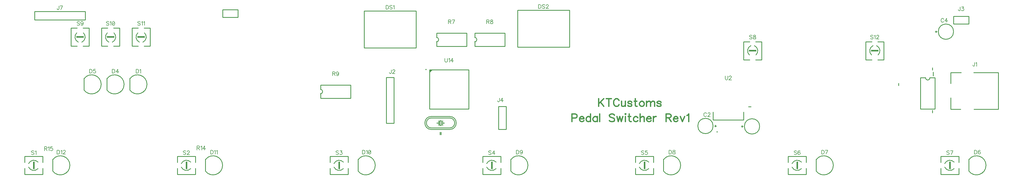
<source format=gbr>
G04 DipTrace 2.4.0.1*
%INTopSilk.gbr*%
%MOIN*%
%ADD10C,0.0098*%
%ADD42C,0.0154*%
%ADD45C,0.0164*%
%ADD113C,0.0077*%
%FSLAX44Y44*%
G04*
G70*
G90*
G75*
G01*
%LNTopSilk*%
%LPD*%
X101741Y10422D2*
D10*
Y10658D1*
X101623Y10540D2*
X101859D1*
X102041D2*
G02X102041Y10540I1000J0D01*
G01*
X98239Y10712D2*
Y10476D1*
X98357Y10594D2*
X98121D1*
X95940D2*
G02X95940Y10594I1000J0D01*
G01*
X102583Y13114D2*
X102897D1*
X62164Y9772D2*
Y9458D1*
X62291D2*
Y9772D1*
X126681Y12644D2*
Y12329D1*
X126771Y17662D2*
Y17151D1*
X126671Y18224D2*
Y17909D1*
X122229Y15869D2*
Y16184D1*
X21540Y15291D2*
Y16789D1*
X21542Y15288D2*
G03X21542Y16792I998J752D01*
G01*
X18540Y15291D2*
Y16789D1*
X18542Y15288D2*
G03X18542Y16792I998J752D01*
G01*
X15540Y15291D2*
Y16789D1*
X15542Y15288D2*
G03X15542Y16792I998J752D01*
G01*
X131440Y4691D2*
Y6189D1*
X131442Y4688D2*
G03X131442Y6192I998J752D01*
G01*
X111440Y4691D2*
Y6189D1*
X111442Y4688D2*
G03X111442Y6192I998J752D01*
G01*
X91440Y4691D2*
Y6189D1*
X91442Y4688D2*
G03X91442Y6192I998J752D01*
G01*
X71440Y4691D2*
Y6189D1*
X71442Y4688D2*
G03X71442Y6192I998J752D01*
G01*
X51440Y4691D2*
Y6189D1*
X51442Y4688D2*
G03X51442Y6192I998J752D01*
G01*
X31440Y4691D2*
Y6189D1*
X31442Y4688D2*
G03X31442Y6192I998J752D01*
G01*
X11440Y4691D2*
Y6189D1*
X11442Y4688D2*
G03X11442Y6192I998J752D01*
G01*
X52221Y20829D2*
X59049D1*
Y25651D2*
Y20829D1*
Y25651D2*
X52221D1*
Y20829D2*
Y25651D1*
X72321Y20929D2*
X79149D1*
Y25751D2*
Y20929D1*
Y25751D2*
X72321D1*
Y20929D2*
Y25751D1*
X135302Y12773D2*
Y17576D1*
Y12773D2*
X132113D1*
X132073Y17576D2*
X135302D1*
X130381Y12773D2*
X129081D1*
Y14269D1*
Y16159D2*
Y17576D1*
X130420D1*
X56140Y16940D2*
X55140D1*
Y10940D1*
X56140D1*
Y16940D1*
X129440Y24940D2*
X131440D1*
Y23940D1*
X129440D1*
Y24940D1*
X69840Y10140D2*
X70840D1*
Y13140D1*
X69840D1*
Y10140D1*
X33710Y25820D2*
X35710D1*
Y24820D1*
X33710D1*
Y25820D1*
X15711Y24489D2*
X9057D1*
Y25591D1*
X15711D1*
Y24489D1*
X61722Y21031D2*
X65658D1*
X61722Y22763D2*
X65658D1*
Y21031D2*
Y22763D1*
X61722Y21031D2*
Y21621D1*
Y22172D2*
Y22763D1*
Y21621D2*
G03X61722Y22172I-1J276D01*
G01*
X66722Y21031D2*
X70658D1*
X66722Y22763D2*
X70658D1*
Y21031D2*
Y22763D1*
X66722Y21031D2*
Y21621D1*
Y22172D2*
Y22763D1*
Y21621D2*
G03X66722Y22172I-1J276D01*
G01*
X46522Y14231D2*
X50458D1*
X46522Y15963D2*
X50458D1*
Y14231D2*
Y15963D1*
X46522Y14231D2*
Y14821D1*
Y15372D2*
Y15963D1*
Y14821D2*
G03X46522Y15372I-1J276D01*
G01*
X9507Y5007D2*
G02X8286Y5204I-544J508D01*
G01*
X9507Y5873D2*
G03X8286Y5676I-544J-508D01*
G01*
G36*
X9054Y4948D2*
X8857D1*
Y5932D1*
X9054D1*
Y4948D1*
G37*
X10137Y5046D2*
D10*
Y4259D1*
X7775D1*
Y5046D1*
Y5834D2*
Y6621D1*
X10137D1*
Y5834D1*
X29507Y5007D2*
G02X28286Y5204I-544J508D01*
G01*
X29507Y5873D2*
G03X28286Y5676I-544J-508D01*
G01*
G36*
X29054Y4948D2*
X28857D1*
Y5932D1*
X29054D1*
Y4948D1*
G37*
X30137Y5046D2*
D10*
Y4259D1*
X27775D1*
Y5046D1*
Y5834D2*
Y6621D1*
X30137D1*
Y5834D1*
X49507Y5007D2*
G02X48286Y5204I-544J508D01*
G01*
X49507Y5873D2*
G03X48286Y5676I-544J-508D01*
G01*
G36*
X49054Y4948D2*
X48857D1*
Y5932D1*
X49054D1*
Y4948D1*
G37*
X50137Y5046D2*
D10*
Y4259D1*
X47775D1*
Y5046D1*
Y5834D2*
Y6621D1*
X50137D1*
Y5834D1*
X69507Y5007D2*
G02X68286Y5204I-544J508D01*
G01*
X69507Y5873D2*
G03X68286Y5676I-544J-508D01*
G01*
G36*
X69054Y4948D2*
X68857D1*
Y5932D1*
X69054D1*
Y4948D1*
G37*
X70137Y5046D2*
D10*
Y4259D1*
X67775D1*
Y5046D1*
Y5834D2*
Y6621D1*
X70137D1*
Y5834D1*
X89507Y5007D2*
G02X88286Y5204I-544J508D01*
G01*
X89507Y5873D2*
G03X88286Y5676I-544J-508D01*
G01*
G36*
X89054Y4948D2*
X88857D1*
Y5932D1*
X89054D1*
Y4948D1*
G37*
X90137Y5046D2*
D10*
Y4259D1*
X87775D1*
Y5046D1*
Y5834D2*
Y6621D1*
X90137D1*
Y5834D1*
X109507Y5007D2*
G02X108286Y5204I-544J508D01*
G01*
X109507Y5873D2*
G03X108286Y5676I-544J-508D01*
G01*
G36*
X109054Y4948D2*
X108857D1*
Y5932D1*
X109054D1*
Y4948D1*
G37*
X110137Y5046D2*
D10*
Y4259D1*
X107775D1*
Y5046D1*
Y5834D2*
Y6621D1*
X110137D1*
Y5834D1*
X129507Y5007D2*
G02X128286Y5204I-544J508D01*
G01*
X129507Y5873D2*
G03X128286Y5676I-544J-508D01*
G01*
G36*
X129054Y4948D2*
X128857D1*
Y5932D1*
X129054D1*
Y4948D1*
G37*
X130137Y5046D2*
D10*
Y4259D1*
X127775D1*
Y5046D1*
Y5834D2*
Y6621D1*
X130137D1*
Y5834D1*
X102691Y19889D2*
G02X102888Y21109I508J544D01*
G01*
X103557Y19889D2*
G03X103360Y21109I-508J544D01*
G01*
G36*
X102632Y20342D2*
X103616D1*
Y20538D1*
X102632D1*
Y20342D1*
G37*
X102730Y19259D2*
D10*
X101943D1*
Y21621D1*
X102730D1*
X103518D2*
X104305D1*
Y19259D1*
X103518D1*
X15457Y22791D2*
G02X15260Y21571I-508J-544D01*
G01*
X14591Y22791D2*
G03X14788Y21571I508J-544D01*
G01*
G36*
X15516Y22338D2*
X14532D1*
Y22142D1*
X15516D1*
Y22338D1*
G37*
X15418Y23421D2*
D10*
X16205D1*
Y21059D1*
X15418D1*
X14630D2*
X13843D1*
Y23421D1*
X14630D1*
X19457Y22791D2*
G02X19260Y21571I-508J-544D01*
G01*
X18591Y22791D2*
G03X18788Y21571I508J-544D01*
G01*
G36*
X19516Y22338D2*
X18532D1*
Y22142D1*
X19516D1*
Y22338D1*
G37*
X19418Y23421D2*
D10*
X20205D1*
Y21059D1*
X19418D1*
X18630D2*
X17843D1*
Y23421D1*
X18630D1*
X23457Y22791D2*
G02X23260Y21571I-508J-544D01*
G01*
X22591Y22791D2*
G03X22788Y21571I508J-544D01*
G01*
G36*
X23516Y22338D2*
X22532D1*
Y22142D1*
X23516D1*
Y22338D1*
G37*
X23418Y23421D2*
D10*
X24205D1*
Y21059D1*
X23418D1*
X22630D2*
X21843D1*
Y23421D1*
X22630D1*
X118691Y19889D2*
G02X118888Y21109I508J544D01*
G01*
X119557Y19889D2*
G03X119360Y21109I-508J544D01*
G01*
G36*
X118632Y20342D2*
X119616D1*
Y20538D1*
X118632D1*
Y20342D1*
G37*
X118730Y19259D2*
D10*
X117943D1*
Y21621D1*
X118730D1*
X119518D2*
X120305D1*
Y19259D1*
X119518D1*
X97932Y11385D2*
X101948D1*
X97932D2*
Y12408D1*
X101948Y11385D2*
Y12408D1*
D42*
X98453Y9802D3*
X60812Y17937D2*
D10*
X65931D1*
Y12818D1*
X60812D1*
Y17937D1*
G36*
D2*
Y17582D1*
Y17937D1*
G37*
G36*
D2*
Y17543D1*
X61206Y17937D1*
X60812D1*
G37*
D45*
X60336Y17992D3*
X125112Y16924D2*
D10*
Y12829D1*
X127002Y16924D2*
Y12829D1*
X125112D2*
X127002D1*
X125112Y16924D2*
X125782D1*
X126333D2*
X127002D1*
X125782D2*
G03X126333Y16924I276J-37D01*
G01*
X61040Y10140D2*
X63440D1*
X61040Y11840D2*
X63440D1*
X61040Y10340D2*
X63440D1*
Y11640D2*
X61040D1*
X62140Y11290D2*
X62340D1*
Y10690D1*
X62140D1*
Y11290D1*
X62490D2*
Y10990D1*
Y10690D1*
X61990Y11290D2*
Y10990D1*
Y10690D1*
X62490Y10990D2*
X62740D1*
X61990D2*
X61740D1*
X61040Y11840D2*
G03X61040Y10140I0J-850D01*
G01*
X63440D2*
G03X63440Y11840I0J850D01*
G01*
X61040Y11640D2*
G03X61040Y10340I0J-650D01*
G01*
X63440D2*
G03X63440Y11640I0J650D01*
G01*
X127141Y22822D2*
Y23058D1*
X127023Y22940D2*
X127259D1*
X127441D2*
G02X127441Y22940I1000J0D01*
G01*
X97083Y12207D2*
D113*
X97059Y12254D1*
X97011Y12302D1*
X96964Y12326D1*
X96868D1*
X96820Y12302D1*
X96773Y12254D1*
X96748Y12207D1*
X96725Y12135D1*
Y12015D1*
X96748Y11944D1*
X96773Y11895D1*
X96820Y11848D1*
X96868Y11824D1*
X96964D1*
X97011Y11848D1*
X97059Y11895D1*
X97083Y11944D1*
X97262Y12206D2*
Y12230D1*
X97286Y12278D1*
X97309Y12302D1*
X97358Y12325D1*
X97453D1*
X97501Y12302D1*
X97524Y12278D1*
X97549Y12230D1*
Y12182D1*
X97524Y12134D1*
X97477Y12063D1*
X97238Y11824D1*
X97573D1*
X22360Y18022D2*
Y17520D1*
X22528D1*
X22600Y17544D1*
X22648Y17591D1*
X22672Y17640D1*
X22695Y17711D1*
Y17831D1*
X22672Y17903D1*
X22648Y17950D1*
X22600Y17998D1*
X22528Y18022D1*
X22360D1*
X22850Y17926D2*
X22898Y17950D1*
X22970Y18021D1*
Y17520D1*
X19241Y18022D2*
Y17520D1*
X19409D1*
X19480Y17544D1*
X19528Y17591D1*
X19552Y17640D1*
X19576Y17711D1*
Y17831D1*
X19552Y17903D1*
X19528Y17950D1*
X19480Y17998D1*
X19409Y18022D1*
X19241D1*
X19970Y17520D2*
Y18021D1*
X19730Y17687D1*
X20089D1*
X16253Y18022D2*
Y17520D1*
X16420D1*
X16492Y17544D1*
X16540Y17591D1*
X16564Y17640D1*
X16588Y17711D1*
Y17831D1*
X16564Y17903D1*
X16540Y17950D1*
X16492Y17998D1*
X16420Y18022D1*
X16253D1*
X17029Y18021D2*
X16790D1*
X16767Y17806D1*
X16790Y17830D1*
X16862Y17855D1*
X16933D1*
X17005Y17830D1*
X17053Y17783D1*
X17077Y17711D1*
Y17663D1*
X17053Y17591D1*
X17005Y17543D1*
X16933Y17520D1*
X16862D1*
X16790Y17543D1*
X16767Y17568D1*
X16742Y17615D1*
X132165Y7422D2*
Y6920D1*
X132333D1*
X132404Y6944D1*
X132452Y6991D1*
X132476Y7040D1*
X132500Y7111D1*
Y7231D1*
X132476Y7303D1*
X132452Y7350D1*
X132404Y7398D1*
X132333Y7422D1*
X132165D1*
X132941Y7350D2*
X132918Y7398D1*
X132846Y7421D1*
X132798D1*
X132726Y7398D1*
X132678Y7326D1*
X132654Y7206D1*
Y7087D1*
X132678Y6991D1*
X132726Y6943D1*
X132798Y6920D1*
X132822D1*
X132893Y6943D1*
X132941Y6991D1*
X132965Y7063D1*
Y7087D1*
X132941Y7159D1*
X132893Y7206D1*
X132822Y7230D1*
X132798D1*
X132726Y7206D1*
X132678Y7159D1*
X132654Y7087D1*
X112153Y7422D2*
Y6920D1*
X112320D1*
X112392Y6944D1*
X112440Y6991D1*
X112464Y7040D1*
X112488Y7111D1*
Y7231D1*
X112464Y7303D1*
X112440Y7350D1*
X112392Y7398D1*
X112320Y7422D1*
X112153D1*
X112738Y6920D2*
X112977Y7421D1*
X112642D1*
X92153Y7422D2*
Y6920D1*
X92321D1*
X92393Y6944D1*
X92441Y6991D1*
X92464Y7040D1*
X92488Y7111D1*
Y7231D1*
X92464Y7303D1*
X92441Y7350D1*
X92393Y7398D1*
X92321Y7422D1*
X92153D1*
X92762Y7421D2*
X92691Y7398D1*
X92666Y7350D1*
Y7302D1*
X92691Y7255D1*
X92738Y7230D1*
X92834Y7206D1*
X92906Y7183D1*
X92953Y7135D1*
X92977Y7087D1*
Y7015D1*
X92953Y6968D1*
X92929Y6943D1*
X92858Y6920D1*
X92762D1*
X92691Y6943D1*
X92666Y6968D1*
X92643Y7015D1*
Y7087D1*
X92666Y7135D1*
X92714Y7183D1*
X92786Y7206D1*
X92881Y7230D1*
X92929Y7255D1*
X92953Y7302D1*
Y7350D1*
X92929Y7398D1*
X92858Y7421D1*
X92762D1*
X72165Y7422D2*
Y6920D1*
X72332D1*
X72404Y6944D1*
X72452Y6991D1*
X72476Y7040D1*
X72500Y7111D1*
Y7231D1*
X72476Y7303D1*
X72452Y7350D1*
X72404Y7398D1*
X72332Y7422D1*
X72165D1*
X72965Y7255D2*
X72941Y7183D1*
X72893Y7135D1*
X72822Y7111D1*
X72798D1*
X72726Y7135D1*
X72678Y7183D1*
X72654Y7255D1*
Y7278D1*
X72678Y7350D1*
X72726Y7398D1*
X72798Y7421D1*
X72822D1*
X72893Y7398D1*
X72941Y7350D1*
X72965Y7255D1*
Y7135D1*
X72941Y7015D1*
X72893Y6943D1*
X72822Y6920D1*
X72774D1*
X72702Y6943D1*
X72678Y6991D1*
X52016Y7422D2*
Y6920D1*
X52183D1*
X52255Y6944D1*
X52303Y6991D1*
X52327Y7040D1*
X52351Y7111D1*
Y7231D1*
X52327Y7303D1*
X52303Y7350D1*
X52255Y7398D1*
X52183Y7422D1*
X52016D1*
X52505Y7326D2*
X52553Y7350D1*
X52625Y7421D1*
Y6920D1*
X52923Y7421D2*
X52851Y7398D1*
X52803Y7326D1*
X52779Y7206D1*
Y7135D1*
X52803Y7015D1*
X52851Y6943D1*
X52923Y6920D1*
X52971D1*
X53043Y6943D1*
X53090Y7015D1*
X53114Y7135D1*
Y7206D1*
X53090Y7326D1*
X53043Y7398D1*
X52971Y7421D1*
X52923D1*
X53090Y7326D2*
X52803Y7015D1*
X32123Y7422D2*
Y6920D1*
X32291D1*
X32363Y6944D1*
X32411Y6991D1*
X32434Y7040D1*
X32458Y7111D1*
Y7231D1*
X32434Y7303D1*
X32411Y7350D1*
X32363Y7398D1*
X32291Y7422D1*
X32123D1*
X32613Y7326D2*
X32661Y7350D1*
X32733Y7421D1*
Y6920D1*
X32887Y7326D2*
X32935Y7350D1*
X33007Y7421D1*
Y6920D1*
X12016Y7422D2*
Y6920D1*
X12183D1*
X12255Y6944D1*
X12303Y6991D1*
X12327Y7040D1*
X12351Y7111D1*
Y7231D1*
X12327Y7303D1*
X12303Y7350D1*
X12255Y7398D1*
X12183Y7422D1*
X12016D1*
X12505Y7326D2*
X12553Y7350D1*
X12625Y7421D1*
Y6920D1*
X12804Y7302D2*
Y7326D1*
X12828Y7374D1*
X12851Y7398D1*
X12899Y7421D1*
X12995D1*
X13043Y7398D1*
X13066Y7374D1*
X13091Y7326D1*
Y7278D1*
X13066Y7230D1*
X13019Y7159D1*
X12779Y6920D1*
X13114D1*
X55086Y26383D2*
Y25880D1*
X55253D1*
X55325Y25905D1*
X55373Y25952D1*
X55397Y26000D1*
X55421Y26072D1*
Y26192D1*
X55397Y26263D1*
X55373Y26311D1*
X55325Y26359D1*
X55253Y26383D1*
X55086D1*
X55910Y26311D2*
X55863Y26359D1*
X55791Y26383D1*
X55695D1*
X55623Y26359D1*
X55575Y26311D1*
Y26263D1*
X55599Y26215D1*
X55623Y26192D1*
X55671Y26168D1*
X55814Y26120D1*
X55863Y26096D1*
X55886Y26072D1*
X55910Y26024D1*
Y25952D1*
X55863Y25905D1*
X55791Y25880D1*
X55695D1*
X55623Y25905D1*
X55575Y25952D1*
X56064Y26287D2*
X56113Y26311D1*
X56184Y26382D1*
Y25880D1*
X75078Y26483D2*
Y25980D1*
X75246D1*
X75318Y26005D1*
X75366Y26052D1*
X75389Y26100D1*
X75413Y26172D1*
Y26292D1*
X75389Y26363D1*
X75366Y26411D1*
X75318Y26459D1*
X75246Y26483D1*
X75078D1*
X75903Y26411D2*
X75855Y26459D1*
X75783Y26483D1*
X75688D1*
X75616Y26459D1*
X75568Y26411D1*
Y26363D1*
X75592Y26315D1*
X75616Y26292D1*
X75663Y26268D1*
X75807Y26220D1*
X75855Y26196D1*
X75879Y26172D1*
X75903Y26124D1*
Y26052D1*
X75855Y26005D1*
X75783Y25980D1*
X75688D1*
X75616Y26005D1*
X75568Y26052D1*
X76081Y26363D2*
Y26387D1*
X76105Y26435D1*
X76129Y26459D1*
X76177Y26482D1*
X76272D1*
X76320Y26459D1*
X76344Y26435D1*
X76368Y26387D1*
Y26339D1*
X76344Y26291D1*
X76296Y26220D1*
X76057Y25980D1*
X76392D1*
X132203Y18926D2*
Y18544D1*
X132179Y18472D1*
X132155Y18448D1*
X132107Y18424D1*
X132059D1*
X132012Y18448D1*
X131988Y18472D1*
X131964Y18544D1*
Y18591D1*
X132357Y18830D2*
X132406Y18855D1*
X132477Y18926D1*
Y18424D1*
X55790Y17964D2*
Y17581D1*
X55766Y17509D1*
X55742Y17485D1*
X55694Y17461D1*
X55646D1*
X55598Y17485D1*
X55575Y17509D1*
X55550Y17581D1*
Y17629D1*
X55968Y17844D2*
Y17867D1*
X55992Y17915D1*
X56016Y17939D1*
X56064Y17963D1*
X56160D1*
X56207Y17939D1*
X56231Y17915D1*
X56255Y17867D1*
Y17820D1*
X56231Y17772D1*
X56183Y17700D1*
X55944Y17461D1*
X56279D1*
X130315Y26172D2*
Y25790D1*
X130291Y25718D1*
X130267Y25694D1*
X130219Y25670D1*
X130171D1*
X130124Y25694D1*
X130100Y25718D1*
X130076Y25790D1*
Y25837D1*
X130517Y26172D2*
X130780D1*
X130637Y25980D1*
X130709D1*
X130756Y25957D1*
X130780Y25933D1*
X130804Y25861D1*
Y25814D1*
X130780Y25742D1*
X130732Y25694D1*
X130661Y25670D1*
X130589D1*
X130517Y25694D1*
X130494Y25718D1*
X130469Y25765D1*
X69953Y14266D2*
Y13883D1*
X69929Y13812D1*
X69905Y13788D1*
X69857Y13764D1*
X69809D1*
X69762Y13788D1*
X69738Y13812D1*
X69714Y13883D1*
Y13931D1*
X70347Y13764D2*
Y14265D1*
X70108Y13931D1*
X70466D1*
X12259Y26323D2*
Y25941D1*
X12235Y25869D1*
X12211Y25845D1*
X12163Y25821D1*
X12115D1*
X12068Y25845D1*
X12044Y25869D1*
X12020Y25941D1*
Y25988D1*
X12509Y25821D2*
X12748Y26323D1*
X12413D1*
X63278Y24240D2*
X63493D1*
X63565Y24264D1*
X63589Y24288D1*
X63613Y24336D1*
Y24384D1*
X63589Y24431D1*
X63565Y24456D1*
X63493Y24479D1*
X63278D1*
Y23977D1*
X63445Y24240D2*
X63613Y23977D1*
X63863D2*
X64102Y24479D1*
X63767D1*
X68278Y24240D2*
X68493D1*
X68565Y24264D1*
X68589Y24288D1*
X68613Y24336D1*
Y24384D1*
X68589Y24431D1*
X68565Y24456D1*
X68493Y24479D1*
X68278D1*
Y23977D1*
X68446Y24240D2*
X68613Y23977D1*
X68887Y24479D2*
X68816Y24455D1*
X68791Y24407D1*
Y24359D1*
X68816Y24312D1*
X68863Y24288D1*
X68959Y24264D1*
X69031Y24240D1*
X69078Y24192D1*
X69102Y24144D1*
Y24073D1*
X69078Y24025D1*
X69054Y24001D1*
X68982Y23977D1*
X68887D1*
X68816Y24001D1*
X68791Y24025D1*
X68767Y24073D1*
Y24144D1*
X68791Y24192D1*
X68839Y24240D1*
X68911Y24264D1*
X69006Y24288D1*
X69054Y24312D1*
X69078Y24359D1*
Y24407D1*
X69054Y24455D1*
X68982Y24479D1*
X68887D1*
X48090Y17440D2*
X48305D1*
X48377Y17464D1*
X48401Y17488D1*
X48425Y17536D1*
Y17584D1*
X48401Y17631D1*
X48377Y17656D1*
X48305Y17679D1*
X48090D1*
Y17177D1*
X48257Y17440D2*
X48425Y17177D1*
X48890Y17512D2*
X48866Y17440D1*
X48818Y17392D1*
X48747Y17368D1*
X48723D1*
X48651Y17392D1*
X48603Y17440D1*
X48579Y17512D1*
Y17536D1*
X48603Y17607D1*
X48651Y17655D1*
X48723Y17679D1*
X48747D1*
X48818Y17655D1*
X48866Y17607D1*
X48890Y17512D1*
Y17392D1*
X48866Y17273D1*
X48818Y17201D1*
X48747Y17177D1*
X48699D1*
X48627Y17201D1*
X48603Y17249D1*
X30344Y7730D2*
X30559D1*
X30631Y7754D1*
X30655Y7778D1*
X30679Y7825D1*
Y7873D1*
X30655Y7921D1*
X30631Y7945D1*
X30559Y7969D1*
X30344D1*
Y7467D1*
X30512Y7730D2*
X30679Y7467D1*
X30834Y7873D2*
X30882Y7897D1*
X30953Y7969D1*
Y7467D1*
X31347D2*
Y7969D1*
X31108Y7634D1*
X31467D1*
X10356Y7630D2*
X10571D1*
X10643Y7654D1*
X10667Y7678D1*
X10691Y7725D1*
Y7773D1*
X10667Y7821D1*
X10643Y7845D1*
X10571Y7869D1*
X10356D1*
Y7367D1*
X10524Y7630D2*
X10691Y7367D1*
X10845Y7773D2*
X10893Y7797D1*
X10965Y7869D1*
Y7367D1*
X11407Y7869D2*
X11168D1*
X11144Y7654D1*
X11168Y7677D1*
X11240Y7702D1*
X11311D1*
X11383Y7677D1*
X11431Y7630D1*
X11455Y7558D1*
Y7510D1*
X11431Y7439D1*
X11383Y7390D1*
X11311Y7367D1*
X11240D1*
X11168Y7390D1*
X11144Y7415D1*
X11120Y7462D1*
X8986Y7281D2*
X8939Y7330D1*
X8867Y7353D1*
X8771D1*
X8699Y7330D1*
X8651Y7281D1*
Y7234D1*
X8675Y7186D1*
X8699Y7162D1*
X8747Y7138D1*
X8890Y7090D1*
X8939Y7066D1*
X8962Y7042D1*
X8986Y6995D1*
Y6923D1*
X8939Y6875D1*
X8867Y6851D1*
X8771D1*
X8699Y6875D1*
X8651Y6923D1*
X9140Y7257D2*
X9189Y7281D1*
X9260Y7353D1*
Y6851D1*
X28879Y7281D2*
X28831Y7330D1*
X28759Y7353D1*
X28664D1*
X28592Y7330D1*
X28544Y7281D1*
Y7234D1*
X28568Y7186D1*
X28592Y7162D1*
X28639Y7138D1*
X28783Y7090D1*
X28831Y7066D1*
X28855Y7042D1*
X28879Y6995D1*
Y6923D1*
X28831Y6875D1*
X28759Y6851D1*
X28664D1*
X28592Y6875D1*
X28544Y6923D1*
X29057Y7233D2*
Y7257D1*
X29081Y7305D1*
X29105Y7329D1*
X29153Y7353D1*
X29248D1*
X29296Y7329D1*
X29320Y7305D1*
X29344Y7257D1*
Y7210D1*
X29320Y7162D1*
X29272Y7090D1*
X29033Y6851D1*
X29368D1*
X48879Y7281D2*
X48831Y7330D1*
X48759Y7353D1*
X48664D1*
X48592Y7330D1*
X48544Y7281D1*
Y7234D1*
X48568Y7186D1*
X48592Y7162D1*
X48639Y7138D1*
X48783Y7090D1*
X48831Y7066D1*
X48855Y7042D1*
X48879Y6995D1*
Y6923D1*
X48831Y6875D1*
X48759Y6851D1*
X48664D1*
X48592Y6875D1*
X48544Y6923D1*
X49081Y7353D2*
X49344D1*
X49200Y7162D1*
X49272D1*
X49320Y7138D1*
X49344Y7114D1*
X49368Y7042D1*
Y6995D1*
X49344Y6923D1*
X49296Y6875D1*
X49224Y6851D1*
X49152D1*
X49081Y6875D1*
X49057Y6899D1*
X49033Y6947D1*
X68867Y7281D2*
X68819Y7330D1*
X68747Y7353D1*
X68652D1*
X68580Y7330D1*
X68532Y7281D1*
Y7234D1*
X68556Y7186D1*
X68580Y7162D1*
X68627Y7138D1*
X68771Y7090D1*
X68819Y7066D1*
X68843Y7042D1*
X68867Y6995D1*
Y6923D1*
X68819Y6875D1*
X68747Y6851D1*
X68652D1*
X68580Y6875D1*
X68532Y6923D1*
X69260Y6851D2*
Y7353D1*
X69021Y7018D1*
X69380D1*
X88879Y7281D2*
X88831Y7330D1*
X88759Y7353D1*
X88664D1*
X88592Y7330D1*
X88544Y7281D1*
Y7234D1*
X88568Y7186D1*
X88592Y7162D1*
X88639Y7138D1*
X88783Y7090D1*
X88831Y7066D1*
X88855Y7042D1*
X88879Y6995D1*
Y6923D1*
X88831Y6875D1*
X88759Y6851D1*
X88664D1*
X88592Y6875D1*
X88544Y6923D1*
X89320Y7353D2*
X89081D1*
X89057Y7138D1*
X89081Y7162D1*
X89153Y7186D1*
X89224D1*
X89296Y7162D1*
X89344Y7114D1*
X89368Y7042D1*
Y6995D1*
X89344Y6923D1*
X89296Y6875D1*
X89224Y6851D1*
X89153D1*
X89081Y6875D1*
X89057Y6899D1*
X89033Y6947D1*
X108891Y7281D2*
X108843Y7330D1*
X108771Y7353D1*
X108676D1*
X108604Y7330D1*
X108556Y7281D1*
Y7234D1*
X108580Y7186D1*
X108604Y7162D1*
X108651Y7138D1*
X108795Y7090D1*
X108843Y7066D1*
X108867Y7042D1*
X108891Y6995D1*
Y6923D1*
X108843Y6875D1*
X108771Y6851D1*
X108676D1*
X108604Y6875D1*
X108556Y6923D1*
X109332Y7281D2*
X109308Y7329D1*
X109236Y7353D1*
X109189D1*
X109117Y7329D1*
X109069Y7257D1*
X109045Y7138D1*
Y7018D1*
X109069Y6923D1*
X109117Y6875D1*
X109189Y6851D1*
X109213D1*
X109284Y6875D1*
X109332Y6923D1*
X109356Y6995D1*
Y7018D1*
X109332Y7090D1*
X109284Y7138D1*
X109213Y7162D1*
X109189D1*
X109117Y7138D1*
X109069Y7090D1*
X109045Y7018D1*
X128879Y7281D2*
X128831Y7330D1*
X128759Y7353D1*
X128664D1*
X128592Y7330D1*
X128544Y7281D1*
Y7234D1*
X128568Y7186D1*
X128592Y7162D1*
X128639Y7138D1*
X128783Y7090D1*
X128831Y7066D1*
X128855Y7042D1*
X128879Y6995D1*
Y6923D1*
X128831Y6875D1*
X128759Y6851D1*
X128664D1*
X128592Y6875D1*
X128544Y6923D1*
X129129Y6851D2*
X129368Y7353D1*
X129033D1*
X103047Y22400D2*
X103000Y22448D1*
X102928Y22471D1*
X102832D1*
X102760Y22448D1*
X102712Y22400D1*
Y22352D1*
X102737Y22304D1*
X102760Y22280D1*
X102808Y22256D1*
X102952Y22208D1*
X103000Y22185D1*
X103024Y22160D1*
X103047Y22113D1*
Y22041D1*
X103000Y21993D1*
X102928Y21969D1*
X102832D1*
X102760Y21993D1*
X102712Y22041D1*
X103321Y22471D2*
X103250Y22447D1*
X103225Y22400D1*
Y22352D1*
X103250Y22304D1*
X103297Y22280D1*
X103393Y22256D1*
X103465Y22232D1*
X103512Y22184D1*
X103536Y22137D1*
Y22065D1*
X103512Y22017D1*
X103489Y21993D1*
X103417Y21969D1*
X103321D1*
X103250Y21993D1*
X103225Y22017D1*
X103202Y22065D1*
Y22137D1*
X103225Y22184D1*
X103274Y22232D1*
X103345Y22256D1*
X103440Y22280D1*
X103489Y22304D1*
X103512Y22352D1*
Y22400D1*
X103489Y22447D1*
X103417Y22471D1*
X103321D1*
X14959Y24200D2*
X14911Y24248D1*
X14840Y24271D1*
X14744D1*
X14672Y24248D1*
X14624Y24200D1*
Y24152D1*
X14648Y24104D1*
X14672Y24080D1*
X14720Y24056D1*
X14863Y24008D1*
X14911Y23985D1*
X14935Y23960D1*
X14959Y23913D1*
Y23841D1*
X14911Y23793D1*
X14840Y23769D1*
X14744D1*
X14672Y23793D1*
X14624Y23841D1*
X15424Y24104D2*
X15400Y24032D1*
X15353Y23984D1*
X15281Y23960D1*
X15257D1*
X15185Y23984D1*
X15138Y24032D1*
X15113Y24104D1*
Y24128D1*
X15138Y24200D1*
X15185Y24247D1*
X15257Y24271D1*
X15281D1*
X15353Y24247D1*
X15400Y24200D1*
X15424Y24104D1*
Y23984D1*
X15400Y23865D1*
X15353Y23793D1*
X15281Y23769D1*
X15233D1*
X15161Y23793D1*
X15138Y23841D1*
X18810Y24200D2*
X18762Y24248D1*
X18691Y24271D1*
X18595D1*
X18523Y24248D1*
X18475Y24200D1*
Y24152D1*
X18499Y24104D1*
X18523Y24080D1*
X18571Y24056D1*
X18714Y24008D1*
X18762Y23985D1*
X18786Y23960D1*
X18810Y23913D1*
Y23841D1*
X18762Y23793D1*
X18691Y23769D1*
X18595D1*
X18523Y23793D1*
X18475Y23841D1*
X18964Y24175D2*
X19012Y24200D1*
X19084Y24271D1*
Y23769D1*
X19382Y24271D2*
X19310Y24247D1*
X19262Y24175D1*
X19239Y24056D1*
Y23984D1*
X19262Y23865D1*
X19310Y23793D1*
X19382Y23769D1*
X19430D1*
X19502Y23793D1*
X19549Y23865D1*
X19574Y23984D1*
Y24056D1*
X19549Y24175D1*
X19502Y24247D1*
X19430Y24271D1*
X19382D1*
X19549Y24175D2*
X19262Y23865D1*
X22917Y24200D2*
X22870Y24248D1*
X22798Y24271D1*
X22702D1*
X22631Y24248D1*
X22582Y24200D1*
Y24152D1*
X22607Y24104D1*
X22631Y24080D1*
X22678Y24056D1*
X22822Y24008D1*
X22870Y23985D1*
X22894Y23960D1*
X22917Y23913D1*
Y23841D1*
X22870Y23793D1*
X22798Y23769D1*
X22702D1*
X22631Y23793D1*
X22582Y23841D1*
X23072Y24175D2*
X23120Y24200D1*
X23192Y24271D1*
Y23769D1*
X23346Y24175D2*
X23394Y24200D1*
X23466Y24271D1*
Y23769D1*
X118910Y22400D2*
X118862Y22448D1*
X118791Y22471D1*
X118695D1*
X118623Y22448D1*
X118575Y22400D1*
Y22352D1*
X118599Y22304D1*
X118623Y22280D1*
X118671Y22256D1*
X118814Y22208D1*
X118862Y22185D1*
X118886Y22160D1*
X118910Y22113D1*
Y22041D1*
X118862Y21993D1*
X118791Y21969D1*
X118695D1*
X118623Y21993D1*
X118575Y22041D1*
X119064Y22375D2*
X119112Y22400D1*
X119184Y22471D1*
Y21969D1*
X119363Y22352D2*
Y22375D1*
X119387Y22423D1*
X119410Y22447D1*
X119459Y22471D1*
X119554D1*
X119602Y22447D1*
X119625Y22423D1*
X119650Y22375D1*
Y22328D1*
X119625Y22280D1*
X119578Y22208D1*
X119339Y21969D1*
X119674D1*
X99528Y17137D2*
Y16778D1*
X99552Y16706D1*
X99600Y16659D1*
X99672Y16635D1*
X99719D1*
X99791Y16659D1*
X99839Y16706D1*
X99863Y16778D1*
Y17137D1*
X100042Y17017D2*
Y17041D1*
X100065Y17089D1*
X100089Y17113D1*
X100137Y17136D1*
X100233D1*
X100280Y17113D1*
X100304Y17089D1*
X100328Y17041D1*
Y16993D1*
X100304Y16945D1*
X100257Y16874D1*
X100017Y16635D1*
X100352D1*
X62810Y19456D2*
Y19098D1*
X62834Y19026D1*
X62882Y18978D1*
X62954Y18954D1*
X63002D1*
X63073Y18978D1*
X63121Y19026D1*
X63145Y19098D1*
Y19456D1*
X63300Y19360D2*
X63348Y19385D1*
X63420Y19456D1*
Y18954D1*
X63813D2*
Y19456D1*
X63574Y19122D1*
X63933D1*
X128154Y24553D2*
X128131Y24600D1*
X128082Y24648D1*
X128035Y24672D1*
X127939D1*
X127891Y24648D1*
X127844Y24600D1*
X127819Y24553D1*
X127796Y24481D1*
Y24361D1*
X127819Y24290D1*
X127844Y24242D1*
X127891Y24194D1*
X127939Y24170D1*
X128035D1*
X128082Y24194D1*
X128131Y24242D1*
X128154Y24290D1*
X128548Y24170D2*
Y24672D1*
X128309Y24337D1*
X128667D1*
X82940Y14178D2*
D42*
Y13173D1*
X83610Y14178D2*
X82940Y13508D1*
X83179Y13748D2*
X83610Y13173D1*
X84254Y14178D2*
Y13173D1*
X83919Y14178D2*
X84589D1*
X85615Y13939D2*
X85567Y14034D1*
X85471Y14130D1*
X85376Y14178D1*
X85185D1*
X85089Y14130D1*
X84993Y14034D1*
X84945Y13939D1*
X84897Y13796D1*
Y13556D1*
X84945Y13413D1*
X84993Y13317D1*
X85089Y13222D1*
X85185Y13173D1*
X85376D1*
X85471Y13222D1*
X85567Y13317D1*
X85615Y13413D1*
X85923Y13843D2*
Y13364D1*
X85971Y13222D1*
X86067Y13173D1*
X86211D1*
X86306Y13222D1*
X86450Y13364D1*
Y13843D2*
Y13173D1*
X87285Y13699D2*
X87237Y13796D1*
X87093Y13843D1*
X86950D1*
X86806Y13796D1*
X86758Y13699D1*
X86806Y13604D1*
X86902Y13556D1*
X87141Y13508D1*
X87237Y13461D1*
X87285Y13364D1*
Y13317D1*
X87237Y13222D1*
X87093Y13173D1*
X86950D1*
X86806Y13222D1*
X86758Y13317D1*
X87737Y14178D2*
Y13364D1*
X87785Y13222D1*
X87881Y13173D1*
X87976D1*
X87593Y13843D2*
X87928D1*
X88523D2*
X88428Y13796D1*
X88332Y13699D1*
X88285Y13556D1*
Y13461D1*
X88332Y13317D1*
X88428Y13222D1*
X88523Y13173D1*
X88667D1*
X88763Y13222D1*
X88858Y13317D1*
X88907Y13461D1*
Y13556D1*
X88858Y13699D1*
X88763Y13796D1*
X88667Y13843D1*
X88523D1*
X89216D2*
Y13173D1*
Y13652D2*
X89359Y13796D1*
X89456Y13843D1*
X89598D1*
X89694Y13796D1*
X89742Y13652D1*
Y13173D1*
Y13652D2*
X89886Y13796D1*
X89982Y13843D1*
X90124D1*
X90221Y13796D1*
X90269Y13652D1*
Y13173D1*
X91104Y13699D2*
X91057Y13796D1*
X90913Y13843D1*
X90769D1*
X90626Y13796D1*
X90578Y13699D1*
X90626Y13604D1*
X90722Y13556D1*
X90960Y13508D1*
X91057Y13461D1*
X91104Y13364D1*
Y13317D1*
X91057Y13222D1*
X90913Y13173D1*
X90769D1*
X90626Y13222D1*
X90578Y13317D1*
X79440Y11652D2*
X79871D1*
X80014Y11699D1*
X80062Y11748D1*
X80110Y11843D1*
Y11987D1*
X80062Y12082D1*
X80014Y12130D1*
X79871Y12178D1*
X79440D1*
Y11173D1*
X80419Y11556D2*
X80992D1*
Y11652D1*
X80945Y11748D1*
X80897Y11796D1*
X80801Y11843D1*
X80657D1*
X80562Y11796D1*
X80466Y11699D1*
X80419Y11556D1*
Y11461D1*
X80466Y11317D1*
X80562Y11222D1*
X80657Y11173D1*
X80801D1*
X80897Y11222D1*
X80992Y11317D1*
X81875Y12178D2*
Y11173D1*
Y11699D2*
X81780Y11796D1*
X81684Y11843D1*
X81540D1*
X81445Y11796D1*
X81349Y11699D1*
X81301Y11556D1*
Y11461D1*
X81349Y11317D1*
X81445Y11222D1*
X81540Y11173D1*
X81684D1*
X81780Y11222D1*
X81875Y11317D1*
X82757Y11843D2*
Y11173D1*
Y11699D2*
X82662Y11796D1*
X82566Y11843D1*
X82423D1*
X82327Y11796D1*
X82232Y11699D1*
X82184Y11556D1*
Y11461D1*
X82232Y11317D1*
X82327Y11222D1*
X82423Y11173D1*
X82566D1*
X82662Y11222D1*
X82757Y11317D1*
X83066Y12178D2*
Y11173D1*
X85017Y12034D2*
X84922Y12130D1*
X84778Y12178D1*
X84587D1*
X84443Y12130D1*
X84347Y12034D1*
Y11939D1*
X84396Y11843D1*
X84443Y11796D1*
X84538Y11748D1*
X84826Y11652D1*
X84922Y11604D1*
X84969Y11556D1*
X85017Y11461D1*
Y11317D1*
X84922Y11222D1*
X84778Y11173D1*
X84587D1*
X84443Y11222D1*
X84347Y11317D1*
X85326Y11843D2*
X85517Y11173D1*
X85708Y11843D1*
X85899Y11173D1*
X86090Y11843D1*
X86399Y12178D2*
X86447Y12130D1*
X86495Y12178D1*
X86447Y12227D1*
X86399Y12178D1*
X86447Y11843D2*
Y11173D1*
X86948Y12178D2*
Y11364D1*
X86995Y11222D1*
X87092Y11173D1*
X87187D1*
X86804Y11843D2*
X87139D1*
X88070Y11699D2*
X87974Y11796D1*
X87878Y11843D1*
X87735D1*
X87639Y11796D1*
X87544Y11699D1*
X87495Y11556D1*
Y11461D1*
X87544Y11317D1*
X87639Y11222D1*
X87735Y11173D1*
X87878D1*
X87974Y11222D1*
X88070Y11317D1*
X88379Y12178D2*
Y11173D1*
Y11652D2*
X88523Y11796D1*
X88619Y11843D1*
X88763D1*
X88858Y11796D1*
X88905Y11652D1*
Y11173D1*
X89214Y11556D2*
X89788D1*
Y11652D1*
X89740Y11748D1*
X89693Y11796D1*
X89596Y11843D1*
X89453D1*
X89358Y11796D1*
X89262Y11699D1*
X89214Y11556D1*
Y11461D1*
X89262Y11317D1*
X89358Y11222D1*
X89453Y11173D1*
X89596D1*
X89693Y11222D1*
X89788Y11317D1*
X90096Y11843D2*
Y11173D1*
Y11556D2*
X90145Y11699D1*
X90240Y11796D1*
X90336Y11843D1*
X90480D1*
X91761Y11699D2*
X92191D1*
X92335Y11748D1*
X92383Y11796D1*
X92431Y11891D1*
Y11987D1*
X92383Y12082D1*
X92335Y12130D1*
X92191Y12178D1*
X91761D1*
Y11173D1*
X92096Y11699D2*
X92431Y11173D1*
X92740Y11556D2*
X93313D1*
Y11652D1*
X93266Y11748D1*
X93218Y11796D1*
X93122Y11843D1*
X92978D1*
X92883Y11796D1*
X92787Y11699D1*
X92740Y11556D1*
Y11461D1*
X92787Y11317D1*
X92883Y11222D1*
X92978Y11173D1*
X93122D1*
X93218Y11222D1*
X93313Y11317D1*
X93622Y11843D2*
X93909Y11173D1*
X94196Y11843D1*
X94504Y11986D2*
X94601Y12034D1*
X94744Y12177D1*
Y11173D1*
M02*

</source>
